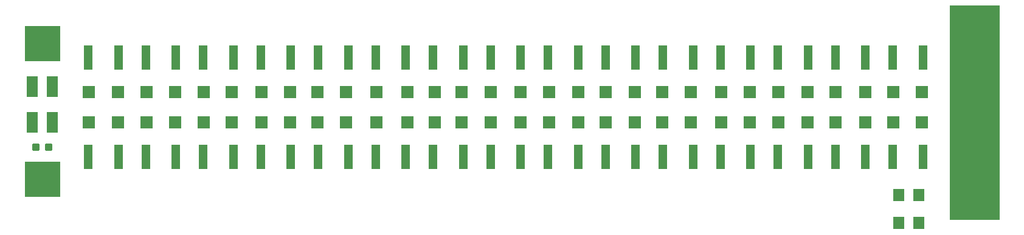
<source format=gbr>
G04 EAGLE Gerber RS-274X export*
G75*
%MOMM*%
%FSLAX34Y34*%
%LPD*%
%INSolderpaste Top*%
%IPPOS*%
%AMOC8*
5,1,8,0,0,1.08239X$1,22.5*%
G01*
%ADD10R,1.200000X3.400000*%
%ADD11R,1.800000X1.800000*%
%ADD12C,0.300000*%
%ADD13R,1.600000X1.800000*%
%ADD14R,1.600000X3.000000*%
%ADD15R,5.000000X5.000000*%
%ADD16R,7.000000X30.000000*%


D10*
X104000Y275000D03*
X146000Y275000D03*
X424000Y136000D03*
X466000Y136000D03*
X504000Y275000D03*
X546000Y275000D03*
X504000Y136000D03*
X546000Y136000D03*
X584000Y275000D03*
X626000Y275000D03*
X584000Y136000D03*
X626000Y136000D03*
X664000Y275000D03*
X706000Y275000D03*
X664000Y136000D03*
X706000Y136000D03*
X744000Y275000D03*
X786000Y275000D03*
X744000Y136000D03*
X786000Y136000D03*
X824000Y275000D03*
X866000Y275000D03*
X104000Y136000D03*
X146000Y136000D03*
X824000Y136000D03*
X866000Y136000D03*
X904000Y275000D03*
X946000Y275000D03*
X904000Y136000D03*
X946000Y136000D03*
X984000Y275000D03*
X1026000Y275000D03*
X984000Y136000D03*
X1026000Y136000D03*
X1064000Y275000D03*
X1106000Y275000D03*
X1064000Y136000D03*
X1106000Y136000D03*
X1144000Y275000D03*
X1186000Y275000D03*
X1144000Y136000D03*
X1186000Y136000D03*
X1224000Y275000D03*
X1266000Y275000D03*
X184000Y275000D03*
X226000Y275000D03*
X1224000Y136000D03*
X1266000Y136000D03*
X184000Y136000D03*
X226000Y136000D03*
X264000Y275000D03*
X306000Y275000D03*
X264000Y136000D03*
X306000Y136000D03*
X344000Y275000D03*
X386000Y275000D03*
X344000Y136000D03*
X386000Y136000D03*
X424000Y275000D03*
X466000Y275000D03*
D11*
X105000Y227000D03*
X105000Y185000D03*
X463000Y185000D03*
X463000Y227000D03*
X505000Y227000D03*
X505000Y185000D03*
X548000Y185000D03*
X548000Y227000D03*
X586000Y227000D03*
X586000Y185000D03*
X624000Y185000D03*
X624000Y227000D03*
X664000Y227000D03*
X664000Y185000D03*
X706000Y185000D03*
X706000Y227000D03*
X746000Y227000D03*
X746000Y185000D03*
X786000Y185000D03*
X786000Y227000D03*
X824000Y227000D03*
X824000Y185000D03*
X145000Y185000D03*
X145000Y227000D03*
X865000Y185000D03*
X865000Y227000D03*
X903000Y227000D03*
X903000Y185000D03*
X943000Y185000D03*
X943000Y227000D03*
X985000Y227000D03*
X985000Y185000D03*
X1025000Y185000D03*
X1025000Y227000D03*
X1065000Y227000D03*
X1065000Y185000D03*
X1105000Y185000D03*
X1105000Y227000D03*
X1144000Y227000D03*
X1144000Y185000D03*
X1186000Y185000D03*
X1186000Y227000D03*
X1225000Y227000D03*
X1225000Y185000D03*
X185000Y227000D03*
X185000Y185000D03*
X1265000Y185000D03*
X1265000Y227000D03*
X225000Y185000D03*
X225000Y227000D03*
X265000Y227000D03*
X265000Y185000D03*
X304000Y185000D03*
X304000Y227000D03*
X385000Y185000D03*
X385000Y227000D03*
X423000Y227000D03*
X423000Y185000D03*
D12*
X45270Y153500D02*
X45270Y146500D01*
X45270Y153500D02*
X52270Y153500D01*
X52270Y146500D01*
X45270Y146500D01*
X45270Y149350D02*
X52270Y149350D01*
X52270Y152200D02*
X45270Y152200D01*
X27730Y153500D02*
X27730Y146500D01*
X27730Y153500D02*
X34730Y153500D01*
X34730Y146500D01*
X27730Y146500D01*
X27730Y149350D02*
X34730Y149350D01*
X34730Y152200D02*
X27730Y152200D01*
D13*
X1260000Y83000D03*
X1232000Y83000D03*
X1232000Y44000D03*
X1260000Y44000D03*
D14*
X26000Y235000D03*
X54000Y235000D03*
X54000Y185000D03*
X26000Y185000D03*
D15*
X40000Y295000D03*
X40000Y105000D03*
D16*
X1337900Y197900D03*
D11*
X345000Y227000D03*
X345000Y185000D03*
M02*

</source>
